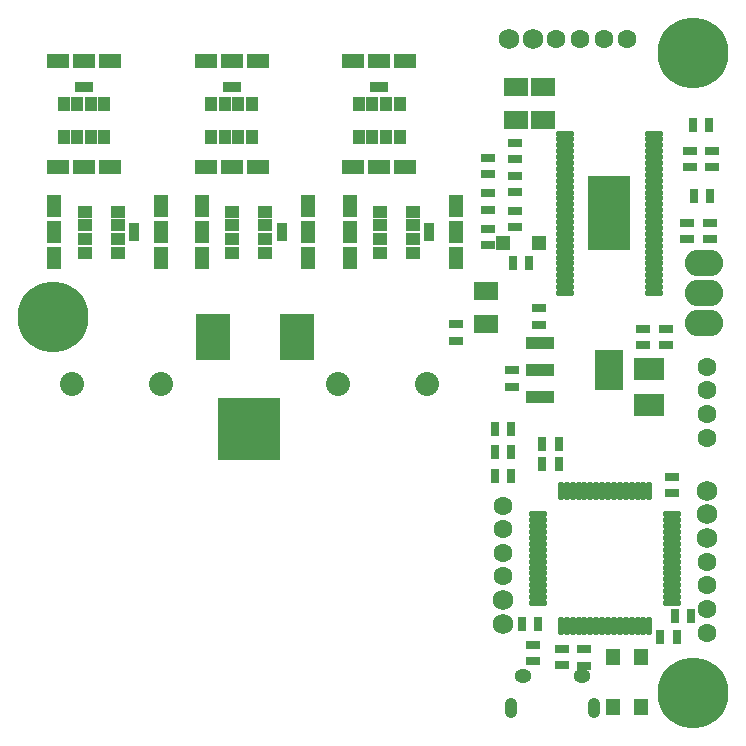
<source format=gts>
G04*
G04 #@! TF.GenerationSoftware,Altium Limited,Altium Designer,19.1.8 (144)*
G04*
G04 Layer_Color=8388736*
%FSLAX25Y25*%
%MOIN*%
G70*
G01*
G75*
%ADD39R,0.14311X0.24803*%
%ADD40R,0.07887X0.06312*%
%ADD41R,0.02769X0.04540*%
%ADD42R,0.11800X0.15800*%
%ADD43R,0.07493X0.05131*%
%ADD44R,0.04147X0.05131*%
%ADD45R,0.05918X0.03556*%
%ADD46R,0.20800X0.20800*%
%ADD47R,0.04540X0.02769*%
%ADD48R,0.05131X0.07493*%
%ADD49R,0.03556X0.05918*%
%ADD50R,0.05131X0.04147*%
%ADD51R,0.05000X0.05300*%
%ADD52R,0.04737X0.05131*%
%ADD53O,0.06312X0.01981*%
%ADD54R,0.09265X0.04343*%
%ADD55R,0.09265X0.13398*%
%ADD56R,0.09855X0.07296*%
%ADD57O,0.01981X0.06312*%
%ADD58O,0.04147X0.06902*%
%ADD59O,0.05721X0.04540*%
%ADD60C,0.08000*%
%ADD61C,0.06800*%
%ADD62C,0.06312*%
%ADD63C,0.23635*%
%ADD64O,0.12800X0.08800*%
D39*
X-39498Y-64961D02*
D03*
D40*
X-70472Y-33760D02*
D03*
Y-22933D02*
D03*
X-61417Y-33760D02*
D03*
Y-22933D02*
D03*
X-80709Y-101870D02*
D03*
Y-91043D02*
D03*
D41*
X-17661Y-199213D02*
D03*
X-12261D02*
D03*
X-61755Y-148622D02*
D03*
X-56355D02*
D03*
X-68645Y-201772D02*
D03*
X-63245D02*
D03*
X-61755Y-141732D02*
D03*
X-56355D02*
D03*
X-5961Y-59055D02*
D03*
X-11361D02*
D03*
X-6158Y-35433D02*
D03*
X-11558D02*
D03*
X-66198Y-81693D02*
D03*
X-71598D02*
D03*
X-16985Y-206299D02*
D03*
X-22385D02*
D03*
X-72103Y-152559D02*
D03*
X-77503D02*
D03*
Y-144685D02*
D03*
X-72103D02*
D03*
X-77503Y-136811D02*
D03*
X-72103D02*
D03*
D42*
X-143430Y-106299D02*
D03*
X-171530D02*
D03*
D43*
X-156693Y-49606D02*
D03*
X-165354D02*
D03*
X-174016D02*
D03*
Y-14173D02*
D03*
X-165354D02*
D03*
X-156693D02*
D03*
X-107480Y-49606D02*
D03*
X-116142D02*
D03*
X-124803D02*
D03*
Y-14173D02*
D03*
X-116142D02*
D03*
X-107480D02*
D03*
X-205906Y-49606D02*
D03*
X-214567D02*
D03*
X-223228D02*
D03*
Y-14173D02*
D03*
X-214567D02*
D03*
X-205906D02*
D03*
D44*
X-158563Y-28543D02*
D03*
X-163091D02*
D03*
X-167618D02*
D03*
X-172146D02*
D03*
Y-39567D02*
D03*
X-167618D02*
D03*
X-163091D02*
D03*
X-158563D02*
D03*
X-109350Y-28543D02*
D03*
X-113878D02*
D03*
X-118405D02*
D03*
X-122933D02*
D03*
Y-39567D02*
D03*
X-118405D02*
D03*
X-113878D02*
D03*
X-109350D02*
D03*
X-207776Y-28543D02*
D03*
X-212303D02*
D03*
X-216831D02*
D03*
X-221358D02*
D03*
Y-39567D02*
D03*
X-216831D02*
D03*
X-212303D02*
D03*
X-207776D02*
D03*
D45*
X-165354Y-23031D02*
D03*
X-116142D02*
D03*
X-214567D02*
D03*
D46*
X-159449Y-136811D02*
D03*
D47*
X-18701Y-152812D02*
D03*
X-18701Y-158212D02*
D03*
X-48031Y-215748D02*
D03*
Y-210348D02*
D03*
X-5906Y-68166D02*
D03*
Y-73566D02*
D03*
X-12598Y-44150D02*
D03*
Y-49550D02*
D03*
X-71850Y-122779D02*
D03*
Y-117379D02*
D03*
X-70866Y-69629D02*
D03*
Y-64229D02*
D03*
Y-57818D02*
D03*
Y-52418D02*
D03*
Y-46991D02*
D03*
Y-41591D02*
D03*
X-64961Y-214314D02*
D03*
Y-208914D02*
D03*
X-55118Y-210292D02*
D03*
Y-215692D02*
D03*
X-5118Y-44150D02*
D03*
Y-49550D02*
D03*
X-90551Y-107424D02*
D03*
Y-102024D02*
D03*
X-62992Y-102110D02*
D03*
Y-96710D02*
D03*
X-20472Y-103599D02*
D03*
Y-108999D02*
D03*
X-28346D02*
D03*
Y-103599D02*
D03*
X-79724Y-51913D02*
D03*
Y-46513D02*
D03*
Y-63724D02*
D03*
Y-58324D02*
D03*
Y-75535D02*
D03*
Y-70135D02*
D03*
X-13386Y-73566D02*
D03*
Y-68166D02*
D03*
D48*
X-139764Y-79921D02*
D03*
Y-71260D02*
D03*
Y-62598D02*
D03*
X-175197D02*
D03*
Y-71260D02*
D03*
Y-79921D02*
D03*
X-188976D02*
D03*
Y-71260D02*
D03*
Y-62598D02*
D03*
X-224410D02*
D03*
Y-71260D02*
D03*
Y-79921D02*
D03*
X-90551D02*
D03*
Y-71260D02*
D03*
Y-62598D02*
D03*
X-125984D02*
D03*
Y-71260D02*
D03*
Y-79921D02*
D03*
D49*
X-148622Y-71260D02*
D03*
X-197835D02*
D03*
X-99410D02*
D03*
D50*
X-165157Y-78051D02*
D03*
Y-73524D02*
D03*
Y-68996D02*
D03*
Y-64468D02*
D03*
X-154134D02*
D03*
Y-68996D02*
D03*
Y-73524D02*
D03*
Y-78051D02*
D03*
X-214370D02*
D03*
Y-73524D02*
D03*
Y-68996D02*
D03*
Y-64468D02*
D03*
X-203346D02*
D03*
Y-68996D02*
D03*
Y-73524D02*
D03*
Y-78051D02*
D03*
X-115945D02*
D03*
Y-73524D02*
D03*
Y-68996D02*
D03*
Y-64468D02*
D03*
X-104921D02*
D03*
Y-68996D02*
D03*
Y-73524D02*
D03*
Y-78051D02*
D03*
D51*
X-28740Y-212992D02*
D03*
X-38189Y-229528D02*
D03*
Y-212992D02*
D03*
X-28740Y-229528D02*
D03*
D52*
X-62795Y-74803D02*
D03*
X-75000D02*
D03*
D53*
X-24409Y-91535D02*
D03*
Y-89567D02*
D03*
Y-87598D02*
D03*
Y-85630D02*
D03*
Y-83661D02*
D03*
Y-81693D02*
D03*
Y-79724D02*
D03*
Y-77756D02*
D03*
Y-75787D02*
D03*
Y-73819D02*
D03*
Y-71850D02*
D03*
Y-69882D02*
D03*
Y-67913D02*
D03*
Y-65945D02*
D03*
Y-63976D02*
D03*
Y-62008D02*
D03*
Y-60039D02*
D03*
Y-58071D02*
D03*
Y-56102D02*
D03*
Y-54134D02*
D03*
Y-52165D02*
D03*
Y-50197D02*
D03*
Y-48228D02*
D03*
Y-46260D02*
D03*
Y-44291D02*
D03*
Y-42323D02*
D03*
Y-40354D02*
D03*
Y-38386D02*
D03*
X-54331Y-91535D02*
D03*
Y-89567D02*
D03*
Y-87598D02*
D03*
Y-85630D02*
D03*
Y-83661D02*
D03*
Y-81693D02*
D03*
Y-79724D02*
D03*
Y-77756D02*
D03*
Y-75787D02*
D03*
Y-73819D02*
D03*
Y-71850D02*
D03*
Y-69882D02*
D03*
Y-67913D02*
D03*
Y-65945D02*
D03*
Y-63976D02*
D03*
Y-62008D02*
D03*
Y-60039D02*
D03*
Y-58071D02*
D03*
Y-56102D02*
D03*
Y-54134D02*
D03*
Y-52165D02*
D03*
Y-50197D02*
D03*
Y-48228D02*
D03*
Y-46260D02*
D03*
Y-44291D02*
D03*
Y-42323D02*
D03*
Y-40354D02*
D03*
Y-38386D02*
D03*
X-63287Y-194882D02*
D03*
Y-192913D02*
D03*
Y-190945D02*
D03*
Y-188976D02*
D03*
Y-187008D02*
D03*
Y-185039D02*
D03*
Y-183071D02*
D03*
Y-181102D02*
D03*
Y-179134D02*
D03*
Y-177165D02*
D03*
Y-175197D02*
D03*
Y-173228D02*
D03*
Y-171260D02*
D03*
Y-169291D02*
D03*
Y-167323D02*
D03*
Y-165354D02*
D03*
X-18406D02*
D03*
Y-167323D02*
D03*
Y-169291D02*
D03*
Y-171260D02*
D03*
Y-173228D02*
D03*
Y-175197D02*
D03*
Y-177165D02*
D03*
Y-179134D02*
D03*
Y-181102D02*
D03*
Y-183071D02*
D03*
Y-185039D02*
D03*
Y-187008D02*
D03*
Y-188976D02*
D03*
Y-190945D02*
D03*
Y-192913D02*
D03*
Y-194882D02*
D03*
D54*
X-62697Y-108268D02*
D03*
Y-117323D02*
D03*
Y-126378D02*
D03*
D55*
X-39665Y-117323D02*
D03*
D56*
X-26378Y-116831D02*
D03*
Y-128839D02*
D03*
D57*
X-55610Y-157677D02*
D03*
X-53642D02*
D03*
X-51673D02*
D03*
X-49705D02*
D03*
X-47736D02*
D03*
X-45768D02*
D03*
X-43799D02*
D03*
X-41831D02*
D03*
X-39862D02*
D03*
X-37894D02*
D03*
X-35925D02*
D03*
X-33957D02*
D03*
X-31988D02*
D03*
X-30020D02*
D03*
X-28051D02*
D03*
X-26083D02*
D03*
Y-202559D02*
D03*
X-28051D02*
D03*
X-30020D02*
D03*
X-31988D02*
D03*
X-33957D02*
D03*
X-35925D02*
D03*
X-37894D02*
D03*
X-39862D02*
D03*
X-41831D02*
D03*
X-43799D02*
D03*
X-45768D02*
D03*
X-47736D02*
D03*
X-49705D02*
D03*
X-51673D02*
D03*
X-53642D02*
D03*
X-55610D02*
D03*
D58*
X-44684Y-229921D02*
D03*
X-72245D02*
D03*
D59*
X-48622Y-219291D02*
D03*
X-68307D02*
D03*
D60*
X-100276Y-122047D02*
D03*
X-129803Y-122047D02*
D03*
X-218386Y-122047D02*
D03*
X-188859Y-122047D02*
D03*
D61*
X-74803Y-201772D02*
D03*
Y-193898D02*
D03*
X-72834Y-6889D02*
D03*
X-64960D02*
D03*
X-6890Y-173228D02*
D03*
Y-165354D02*
D03*
Y-157480D02*
D03*
D62*
X-74803Y-186024D02*
D03*
Y-178150D02*
D03*
Y-170276D02*
D03*
Y-162402D02*
D03*
X-6890Y-139764D02*
D03*
Y-131890D02*
D03*
Y-124016D02*
D03*
Y-116142D02*
D03*
X-57086Y-6889D02*
D03*
X-49212D02*
D03*
X-41338D02*
D03*
X-33464D02*
D03*
X-6890Y-204724D02*
D03*
Y-196850D02*
D03*
Y-188976D02*
D03*
Y-181102D02*
D03*
D63*
X-224803Y-99606D02*
D03*
X-11417Y-224803D02*
D03*
Y-11417D02*
D03*
D64*
X-7874Y-81693D02*
D03*
Y-91693D02*
D03*
Y-101693D02*
D03*
M02*

</source>
